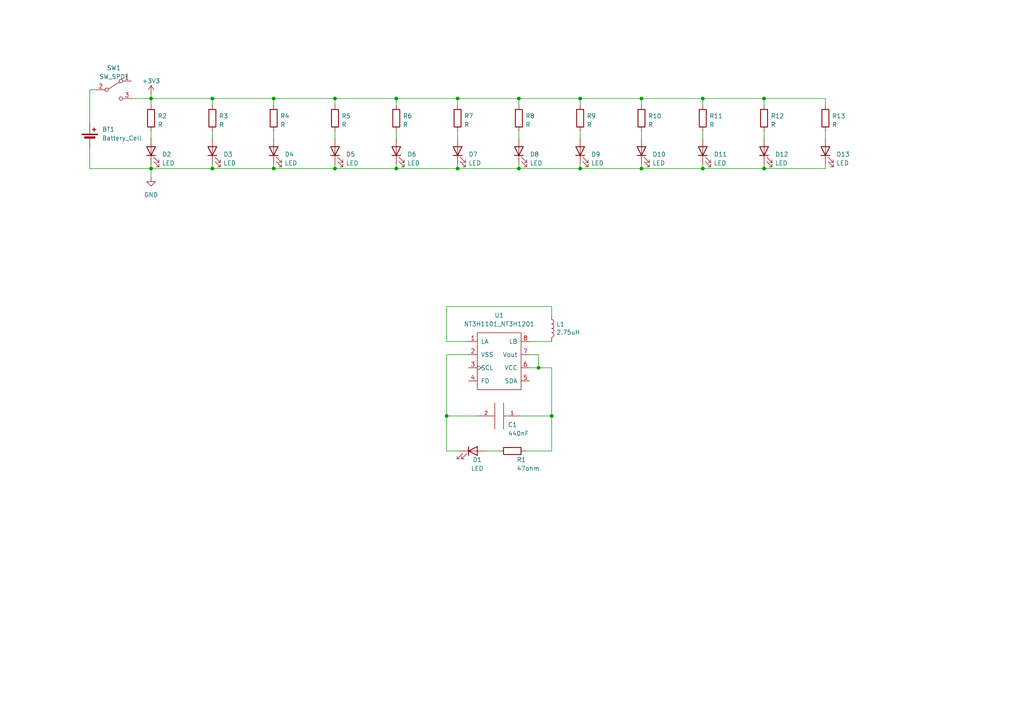
<source format=kicad_sch>
(kicad_sch (version 20230121) (generator eeschema)
  (paper "A4")
  (lib_symbols
    (symbol "Device:Battery_Cell" (pin_numbers hide) (pin_names (offset 0) hide)
      (property "Reference" "BT" (at 2.54 2.54 0))
      (property "Value" "Battery_Cell" (at 2.54 0 0))
      (symbol "Battery_Cell_0_1"
        (rectangle (start -2.286 1.778) (end 2.286 1.524) (fill (type outline)))
        (rectangle (start -1.524 1.016) (end 1.524 0.508) (fill (type outline)))
        (polyline (pts (xy 0 0.762) (xy 0 0)))
        (polyline (pts (xy 0 1.778) (xy 0 2.54)))
        (polyline (pts (xy 0.762 3.048) (xy 1.778 3.048)) (stroke (width 0.254)))
        (polyline (pts (xy 1.27 3.556) (xy 1.27 2.54)) (stroke (width 0.254)))
      )
      (symbol "Battery_Cell_1_1"
        (pin passive line (at 0 5.08 270) (length 2.54) (name "+") (number "1"))
        (pin passive line (at 0 -2.54 90) (length 2.54) (name "-") (number "2"))
      )
    )
    (symbol "Device:L" (pin_numbers hide) (pin_names (offset 1.016) hide)
      (property "Reference" "L" (at -1.27 0 90))
      (property "Value" "L" (at 1.905 0 90))
      (symbol "L_0_1"
        (arc (start 0 -2.54) (mid 0.6323 -1.905) (end 0 -1.27))
        (arc (start 0 -1.27) (mid 0.6323 -0.635) (end 0 0))
        (arc (start 0 0) (mid 0.6323 0.635) (end 0 1.27))
        (arc (start 0 1.27) (mid 0.6323 1.905) (end 0 2.54))
      )
      (symbol "L_1_1"
        (pin passive line (at 0 3.81 270) (length 1.27) (name "1") (number "1"))
        (pin passive line (at 0 -3.81 90) (length 1.27) (name "2") (number "2"))
      )
    )
    (symbol "Device:LED" (pin_numbers hide) (pin_names (offset 1.016) hide)
      (property "Reference" "D" (at 0 2.54 0))
      (property "Value" "LED" (at 0 -2.54 0))
      (symbol "LED_0_1"
        (polyline (pts (xy -1.27 -1.27) (xy -1.27 1.27)) (stroke (width 0.254)))
        (polyline (pts (xy -1.27 0) (xy 1.27 0)))
        (polyline (pts (xy 1.27 -1.27) (xy 1.27 1.27) (xy -1.27 0) (xy 1.27 -1.27)) (stroke (width 0.254)))
        (polyline (pts (xy -3.048 -0.762) (xy -4.572 -2.286) (xy -3.81 -2.286) (xy -4.572 -2.286) (xy -4.572 -1.524)))
        (polyline (pts (xy -1.778 -0.762) (xy -3.302 -2.286) (xy -2.54 -2.286) (xy -3.302 -2.286) (xy -3.302 -1.524)))
      )
      (symbol "LED_1_1"
        (pin passive line (at -3.81 0 0) (length 2.54) (name "K") (number "1"))
        (pin passive line (at 3.81 0 180) (length 2.54) (name "A") (number "2"))
      )
    )
    (symbol "Device:R" (pin_numbers hide) (pin_names (offset 0))
      (property "Reference" "R" (at 2.032 0 90))
      (property "Value" "R" (at 0 0 90))
      (symbol "R_0_1"
        (rectangle (start -1.016 -2.54) (end 1.016 2.54) (stroke (width 0.254)))
      )
      (symbol "R_1_1"
        (pin passive line (at 0 3.81 270) (length 1.27) (name "~") (number "1"))
        (pin passive line (at 0 -3.81 90) (length 1.27) (name "~") (number "2"))
      )
    )
    (symbol "Switch:SW_SPDT" (pin_names (offset 0) hide)
      (property "Reference" "SW" (at 0 4.318 0))
      (property "Value" "SW_SPDT" (at 0 -5.08 0))
      (symbol "SW_SPDT_0_0"
        (circle (center -2.032 0) (radius 0.508))
        (circle (center 2.032 -2.54) (radius 0.508))
      )
      (symbol "SW_SPDT_0_1"
        (polyline (pts (xy -1.524 0.254) (xy 1.651 2.286)))
        (circle (center 2.032 2.54) (radius 0.508))
      )
      (symbol "SW_SPDT_1_1"
        (pin passive line (at 5.08 2.54 180) (length 2.54) (name "A") (number "1"))
        (pin passive line (at -5.08 0 0) (length 2.54) (name "B") (number "2"))
        (pin passive line (at 5.08 -2.54 180) (length 2.54) (name "C") (number "3"))
      )
    )
    (symbol "business card-rescue:CAP-pspice" (pin_names (offset 0.254))
      (property "Reference" "C" (at 2.54 3.81 90))
      (property "Value" "pspice_CAP" (at 2.54 -3.81 90))
      (symbol "CAP-pspice_0_1"
        (polyline (pts (xy -3.81 -1.27) (xy 3.81 -1.27)))
        (polyline (pts (xy -3.81 1.27) (xy 3.81 1.27)))
      )
      (symbol "CAP-pspice_1_1"
        (pin passive line (at 0 6.35 270) (length 5.08) (name "~") (number "1"))
        (pin passive line (at 0 -6.35 90) (length 5.08) (name "~") (number "2"))
      )
    )
    (symbol "business card-rescue:NT3H1101_NT3H1201-MCU_NXP_NT3H11" (pin_names (offset 1.016))
      (property "Reference" "U?" (at 0 13.97 0))
      (property "Value" "MCU_NXP_NT3H11_NT3H1101_NT3H1201" (at 0 11.43 0))
      (symbol "NT3H1101_NT3H1201-MCU_NXP_NT3H11_0_1"
        (rectangle (start -6.35 8.89) (end 6.35 -7.62))
      )
      (symbol "NT3H1101_NT3H1201-MCU_NXP_NT3H11_1_1"
        (pin input line (at -8.89 6.35 0) (length 2.54) (name "LA") (number "1"))
        (pin output line (at -8.89 2.54 0) (length 2.54) (name "VSS") (number "2"))
        (pin passive clock (at -8.89 -1.27 0) (length 2.54) (name "SCL") (number "3"))
        (pin passive line (at -8.89 -5.08 0) (length 2.54) (name "FD") (number "4"))
        (pin passive line (at 8.89 -5.08 180) (length 2.54) (name "SDA") (number "5"))
        (pin input line (at 8.89 -1.27 180) (length 2.54) (name "VCC") (number "6"))
        (pin power_out line (at 8.89 2.54 180) (length 2.54) (name "Vout") (number "7"))
        (pin input line (at 8.89 6.35 180) (length 2.54) (name "LB") (number "8"))
      )
    )
    (symbol "power:+3V3" (power) (pin_names (offset 0))
      (property "Value" "+3V3" (at 0 3.556 0))
      (symbol "+3V3_0_1"
        (polyline (pts (xy -0.762 1.27) (xy 0 2.54)))
        (polyline (pts (xy 0 0) (xy 0 2.54)))
        (polyline (pts (xy 0 2.54) (xy 0.762 1.27)))
      )
      (symbol "+3V3_1_1"
        (pin power_in line (at 0 0 90) (length 0) hide (name "+3V3") (number "1"))
      )
    )
    (symbol "power:GND" (power) (pin_names (offset 0))
      (property "Value" "GND" (at 0 -3.81 0))
      (symbol "GND_0_1"
        (polyline (pts (xy 0 0) (xy 0 -1.27) (xy 1.27 -1.27) (xy 0 -2.54) (xy -1.27 -1.27) (xy 0 -1.27)))
      )
      (symbol "GND_1_1"
        (pin power_in line (at 0 0 270) (length 0) hide (name "GND") (number "1"))
      )
    )
  )
  (junction (at 114.935 28.575))
  (junction (at 114.935 48.895))
  (junction (at 203.835 48.895))
  (junction (at 61.595 28.575))
  (junction (at 168.275 28.575))
  (junction (at 150.495 28.575))
  (junction (at 43.815 48.895))
  (junction (at 132.715 48.895))
  (junction (at 97.155 28.575))
  (junction (at 203.835 28.575))
  (junction (at 97.155 48.895))
  (junction (at 61.595 48.895))
  (junction (at 79.375 28.575))
  (junction (at 79.375 48.895))
  (junction (at 156.21 106.68))
  (junction (at 43.815 28.575))
  (junction (at 186.055 28.575))
  (junction (at 168.275 48.895))
  (junction (at 186.055 48.895))
  (junction (at 132.715 28.575))
  (junction (at 221.615 28.575))
  (junction (at 129.54 120.65))
  (junction (at 160.02 120.65))
  (junction (at 150.495 48.895))
  (junction (at 221.615 48.895))
  (wire (pts (xy 168.275 38.1) (xy 168.275 40.005)))
  (wire (pts (xy 239.395 28.575) (xy 239.395 30.48)))
  (wire (pts (xy 43.815 28.575) (xy 43.815 30.48)))
  (wire (pts (xy 114.935 47.625) (xy 114.935 48.895)))
  (wire (pts (xy 203.835 48.895) (xy 221.615 48.895)))
  (wire (pts (xy 97.155 47.625) (xy 97.155 48.895)))
  (wire (pts (xy 132.715 38.1) (xy 132.715 40.005)))
  (wire (pts (xy 186.055 38.1) (xy 186.055 40.005)))
  (wire (pts (xy 43.815 48.895) (xy 61.595 48.895)))
  (wire (pts (xy 79.375 38.1) (xy 79.375 40.005)))
  (wire (pts (xy 203.835 28.575) (xy 203.835 30.48)))
  (wire (pts (xy 129.54 120.65) (xy 138.43 120.65)))
  (wire (pts (xy 114.935 28.575) (xy 132.715 28.575)))
  (wire (pts (xy 61.595 47.625) (xy 61.595 48.895)))
  (wire (pts (xy 221.615 48.895) (xy 239.395 48.895)))
  (wire (pts (xy 221.615 28.575) (xy 239.395 28.575)))
  (wire (pts (xy 132.715 48.895) (xy 150.495 48.895)))
  (wire (pts (xy 79.375 28.575) (xy 79.375 30.48)))
  (wire (pts (xy 97.155 48.895) (xy 114.935 48.895)))
  (wire (pts (xy 97.155 28.575) (xy 114.935 28.575)))
  (wire (pts (xy 43.815 28.575) (xy 61.595 28.575)))
  (wire (pts (xy 150.495 28.575) (xy 168.275 28.575)))
  (wire (pts (xy 186.055 28.575) (xy 203.835 28.575)))
  (wire (pts (xy 135.89 99.06) (xy 129.54 99.06)))
  (wire (pts (xy 43.815 48.895) (xy 43.815 51.435)))
  (wire (pts (xy 150.495 38.1) (xy 150.495 40.005)))
  (wire (pts (xy 129.54 88.9) (xy 160.02 88.9)))
  (wire (pts (xy 79.375 47.625) (xy 79.375 48.895)))
  (wire (pts (xy 79.375 48.895) (xy 97.155 48.895)))
  (wire (pts (xy 168.275 28.575) (xy 186.055 28.575)))
  (wire (pts (xy 160.02 106.68) (xy 156.21 106.68)))
  (wire (pts (xy 203.835 47.625) (xy 203.835 48.895)))
  (wire (pts (xy 97.155 38.1) (xy 97.155 40.005)))
  (wire (pts (xy 97.155 28.575) (xy 97.155 30.48)))
  (wire (pts (xy 239.395 47.625) (xy 239.395 48.895)))
  (wire (pts (xy 153.67 106.68) (xy 156.21 106.68)))
  (wire (pts (xy 203.835 28.575) (xy 221.615 28.575)))
  (wire (pts (xy 79.375 28.575) (xy 97.155 28.575)))
  (wire (pts (xy 26.035 43.18) (xy 26.035 48.895)))
  (wire (pts (xy 132.715 28.575) (xy 150.495 28.575)))
  (wire (pts (xy 43.815 27.305) (xy 43.815 28.575)))
  (wire (pts (xy 156.21 106.68) (xy 156.21 102.87)))
  (wire (pts (xy 43.815 38.1) (xy 43.815 40.005)))
  (wire (pts (xy 129.54 130.81) (xy 129.54 120.65)))
  (wire (pts (xy 26.035 26.035) (xy 26.035 35.56)))
  (wire (pts (xy 186.055 47.625) (xy 186.055 48.895)))
  (wire (pts (xy 186.055 28.575) (xy 186.055 30.48)))
  (wire (pts (xy 160.02 120.65) (xy 160.02 106.68)))
  (wire (pts (xy 150.495 47.625) (xy 150.495 48.895)))
  (wire (pts (xy 156.21 102.87) (xy 153.67 102.87)))
  (wire (pts (xy 160.02 130.81) (xy 160.02 120.65)))
  (wire (pts (xy 129.54 102.87) (xy 129.54 120.65)))
  (wire (pts (xy 152.4 130.81) (xy 160.02 130.81)))
  (wire (pts (xy 221.615 38.1) (xy 221.615 40.005)))
  (wire (pts (xy 27.94 26.035) (xy 26.035 26.035)))
  (wire (pts (xy 168.275 47.625) (xy 168.275 48.895)))
  (wire (pts (xy 43.815 47.625) (xy 43.815 48.895)))
  (wire (pts (xy 114.935 28.575) (xy 114.935 30.48)))
  (wire (pts (xy 129.54 99.06) (xy 129.54 88.9)))
  (wire (pts (xy 61.595 28.575) (xy 79.375 28.575)))
  (wire (pts (xy 168.275 48.895) (xy 186.055 48.895)))
  (wire (pts (xy 150.495 48.895) (xy 168.275 48.895)))
  (wire (pts (xy 239.395 38.1) (xy 239.395 40.005)))
  (wire (pts (xy 168.275 28.575) (xy 168.275 30.48)))
  (wire (pts (xy 114.935 48.895) (xy 132.715 48.895)))
  (wire (pts (xy 221.615 47.625) (xy 221.615 48.895)))
  (wire (pts (xy 61.595 28.575) (xy 61.595 30.48)))
  (wire (pts (xy 114.935 38.1) (xy 114.935 40.005)))
  (wire (pts (xy 61.595 48.895) (xy 79.375 48.895)))
  (wire (pts (xy 26.035 48.895) (xy 43.815 48.895)))
  (wire (pts (xy 38.1 28.575) (xy 43.815 28.575)))
  (wire (pts (xy 135.89 102.87) (xy 129.54 102.87)))
  (wire (pts (xy 144.78 130.81) (xy 140.97 130.81)))
  (wire (pts (xy 160.02 99.06) (xy 153.67 99.06)))
  (wire (pts (xy 61.595 38.1) (xy 61.595 40.005)))
  (wire (pts (xy 132.715 28.575) (xy 132.715 30.48)))
  (wire (pts (xy 150.495 28.575) (xy 150.495 30.48)))
  (wire (pts (xy 132.715 47.625) (xy 132.715 48.895)))
  (wire (pts (xy 221.615 28.575) (xy 221.615 30.48)))
  (wire (pts (xy 186.055 48.895) (xy 203.835 48.895)))
  (wire (pts (xy 133.35 130.81) (xy 129.54 130.81)))
  (wire (pts (xy 160.02 88.9) (xy 160.02 91.44)))
  (wire (pts (xy 151.13 120.65) (xy 160.02 120.65)))
  (wire (pts (xy 203.835 38.1) (xy 203.835 40.005)))
  (symbol (lib_id "business card-rescue:CAP-pspice") (at 144.78 120.65 270) (unit 1)
    (property "Reference" "C1" (at 147.32 123.19 90) (effects (justify left)))
    (property "Value" "440nF" (at 147.32 125.73 90) (effects (justify left)))
    (property "Footprint" "Capacitor_SMD:C_0603_1608Metric_Pad1.05x0.95mm_HandSolder" (effects hide))
  )
  (symbol (lib_id "Device:R") (at 148.59 130.81 270) (unit 1)
    (property "Reference" "R1" (at 149.86 133.35 90) (effects (justify left)))
    (property "Value" "47ohm" (at 149.86 135.89 90) (effects (justify left)))
    (property "Footprint" "Resistor_SMD:R_0603_1608Metric_Pad1.05x0.95mm_HandSolder" (effects hide))
  )
  (symbol (lib_id "Device:LED") (at 137.16 130.81 0) (unit 1)
    (property "Reference" "D1" (at 138.43 133.35 0))
    (property "Value" "LED" (at 138.43 135.89 0))
    (property "Footprint" "LED_SMD:LED_0805_2012Metric" (effects hide))
  )
  (symbol (lib_id "business card-rescue:NT3H1101_NT3H1201-MCU_NXP_NT3H11") (at 144.78 105.41 0) (unit 1)
    (property "Reference" "U1" (at 144.78 91.44 0))
    (property "Value" "NT3H1101_NT3H1201" (at 144.78 93.98 0))
    (property "Footprint" "Package_SO:TSSOP-8_4.4x3mm_P0.65mm" (effects hide))
    (property "Datasheet" "https://media.digikey.com/pdf/Data%20Sheets/NXP%20PDFs/NT3H1101_NT3H1201_DS.pdf" (effects hide))
  )
  (symbol (lib_id "Device:L") (at 160.02 95.25 0) (unit 1)
    (property "Reference" "L1" (at 161.3408 94.0816 0) (effects (justify left)))
    (property "Value" "2.75uH" (at 161.3408 96.393 0) (effects (justify left)))
  )
  (symbol (lib_id "Device:LED") (at 97.155 43.815 90) (unit 1)
    (property "Reference" "D5" (at 100.33 44.7675 90) (effects (justify right)))
    (property "Value" "LED" (at 100.33 47.3075 90) (effects (justify right)))
    (property "Footprint" "LED_SMD:LED_0805_2012Metric" (effects hide))
  )
  (symbol (lib_id "Device:LED") (at 61.595 43.815 90) (unit 1)
    (property "Reference" "D3" (at 64.77 44.7675 90) (effects (justify right)))
    (property "Value" "LED" (at 64.77 47.3075 90) (effects (justify right)))
    (property "Footprint" "LED_SMD:LED_0805_2012Metric" (effects hide))
  )
  (symbol (lib_id "Device:LED") (at 239.395 43.815 90) (unit 1)
    (property "Reference" "D13" (at 242.57 44.7675 90) (effects (justify right)))
    (property "Value" "LED" (at 242.57 47.3075 90) (effects (justify right)))
    (property "Footprint" "LED_SMD:LED_0805_2012Metric" (effects hide))
  )
  (symbol (lib_id "Device:LED") (at 221.615 43.815 90) (unit 1)
    (property "Reference" "D12" (at 224.79 44.7675 90) (effects (justify right)))
    (property "Value" "LED" (at 224.79 47.3075 90) (effects (justify right)))
    (property "Footprint" "LED_SMD:LED_0805_2012Metric" (effects hide))
  )
  (symbol (lib_id "Switch:SW_SPDT") (at 33.02 26.035 0) (unit 1)
    (property "Reference" "SW1" (at 33.02 19.685 0))
    (property "Value" "SW_SPDT" (at 33.02 22.225 0))
    (property "Footprint" "RF-Project2:SPDT-Long-SMD" (effects hide))
  )
  (symbol (lib_id "Device:R") (at 203.835 34.29 0) (unit 1)
    (property "Reference" "R11" (at 205.74 33.655 0) (effects (justify left)))
    (property "Value" "R" (at 205.74 36.195 0) (effects (justify left)))
    (property "Footprint" "Resistor_SMD:R_0805_2012Metric_Pad1.20x1.40mm_HandSolder" (effects hide))
  )
  (symbol (lib_id "Device:LED") (at 114.935 43.815 90) (unit 1)
    (property "Reference" "D6" (at 118.11 44.7675 90) (effects (justify right)))
    (property "Value" "LED" (at 118.11 47.3075 90) (effects (justify right)))
    (property "Footprint" "LED_SMD:LED_0805_2012Metric" (effects hide))
  )
  (symbol (lib_id "Device:LED") (at 150.495 43.815 90) (unit 1)
    (property "Reference" "D8" (at 153.67 44.7675 90) (effects (justify right)))
    (property "Value" "LED" (at 153.67 47.3075 90) (effects (justify right)))
    (property "Footprint" "LED_SMD:LED_0805_2012Metric" (effects hide))
  )
  (symbol (lib_id "Device:R") (at 79.375 34.29 0) (unit 1)
    (property "Reference" "R4" (at 81.28 33.655 0) (effects (justify left)))
    (property "Value" "R" (at 81.28 36.195 0) (effects (justify left)))
    (property "Footprint" "Resistor_SMD:R_0805_2012Metric_Pad1.20x1.40mm_HandSolder" (effects hide))
  )
  (symbol (lib_id "Device:LED") (at 43.815 43.815 90) (unit 1)
    (property "Reference" "D2" (at 46.99 44.7675 90) (effects (justify right)))
    (property "Value" "LED" (at 46.99 47.3075 90) (effects (justify right)))
    (property "Footprint" "LED_SMD:LED_0805_2012Metric" (effects hide))
  )
  (symbol (lib_id "Device:R") (at 114.935 34.29 0) (unit 1)
    (property "Reference" "R6" (at 116.84 33.655 0) (effects (justify left)))
    (property "Value" "R" (at 116.84 36.195 0) (effects (justify left)))
    (property "Footprint" "Resistor_SMD:R_0805_2012Metric_Pad1.20x1.40mm_HandSolder" (effects hide))
  )
  (symbol (lib_id "Device:LED") (at 186.055 43.815 90) (unit 1)
    (property "Reference" "D10" (at 189.23 44.7675 90) (effects (justify right)))
    (property "Value" "LED" (at 189.23 47.3075 90) (effects (justify right)))
    (property "Footprint" "LED_SMD:LED_0805_2012Metric" (effects hide))
  )
  (symbol (lib_id "Device:R") (at 239.395 34.29 0) (unit 1)
    (property "Reference" "R13" (at 241.3 33.655 0) (effects (justify left)))
    (property "Value" "R" (at 241.3 36.195 0) (effects (justify left)))
    (property "Footprint" "Resistor_SMD:R_0805_2012Metric_Pad1.20x1.40mm_HandSolder" (effects hide))
  )
  (symbol (lib_id "power:GND") (at 43.815 51.435 0) (unit 1)
    (property "Reference" "#PWR01" (effects hide))
    (property "Value" "GND" (at 43.815 56.515 0))
  )
  (symbol (lib_id "Device:R") (at 168.275 34.29 0) (unit 1)
    (property "Reference" "R9" (at 170.18 33.655 0) (effects (justify left)))
    (property "Value" "R" (at 170.18 36.195 0) (effects (justify left)))
    (property "Footprint" "Resistor_SMD:R_0805_2012Metric_Pad1.20x1.40mm_HandSolder" (effects hide))
  )
  (symbol (lib_id "Device:R") (at 221.615 34.29 0) (unit 1)
    (property "Reference" "R12" (at 223.52 33.655 0) (effects (justify left)))
    (property "Value" "R" (at 223.52 36.195 0) (effects (justify left)))
    (property "Footprint" "Resistor_SMD:R_0805_2012Metric_Pad1.20x1.40mm_HandSolder" (effects hide))
  )
  (symbol (lib_id "Device:R") (at 43.815 34.29 0) (unit 1)
    (property "Reference" "R2" (at 45.72 33.655 0) (effects (justify left)))
    (property "Value" "R" (at 45.72 36.195 0) (effects (justify left)))
    (property "Footprint" "Resistor_SMD:R_0805_2012Metric_Pad1.20x1.40mm_HandSolder" (effects hide))
  )
  (symbol (lib_id "Device:LED") (at 168.275 43.815 90) (unit 1)
    (property "Reference" "D9" (at 171.45 44.7675 90) (effects (justify right)))
    (property "Value" "LED" (at 171.45 47.3075 90) (effects (justify right)))
    (property "Footprint" "LED_SMD:LED_0805_2012Metric" (effects hide))
  )
  (symbol (lib_id "Device:LED") (at 132.715 43.815 90) (unit 1)
    (property "Reference" "D7" (at 135.89 44.7675 90) (effects (justify right)))
    (property "Value" "LED" (at 135.89 47.3075 90) (effects (justify right)))
    (property "Footprint" "LED_SMD:LED_0805_2012Metric" (effects hide))
  )
  (symbol (lib_id "Device:R") (at 150.495 34.29 0) (unit 1)
    (property "Reference" "R8" (at 152.4 33.655 0) (effects (justify left)))
    (property "Value" "R" (at 152.4 36.195 0) (effects (justify left)))
    (property "Footprint" "Resistor_SMD:R_0805_2012Metric_Pad1.20x1.40mm_HandSolder" (effects hide))
  )
  (symbol (lib_id "Device:LED") (at 79.375 43.815 90) (unit 1)
    (property "Reference" "D4" (at 82.55 44.7675 90) (effects (justify right)))
    (property "Value" "LED" (at 82.55 47.3075 90) (effects (justify right)))
    (property "Footprint" "LED_SMD:LED_0805_2012Metric" (effects hide))
  )
  (symbol (lib_id "Device:R") (at 132.715 34.29 0) (unit 1)
    (property "Reference" "R7" (at 134.62 33.655 0) (effects (justify left)))
    (property "Value" "R" (at 134.62 36.195 0) (effects (justify left)))
    (property "Footprint" "Resistor_SMD:R_0805_2012Metric_Pad1.20x1.40mm_HandSolder" (effects hide))
  )
  (symbol (lib_id "Device:LED") (at 203.835 43.815 90) (unit 1)
    (property "Reference" "D11" (at 207.01 44.7675 90) (effects (justify right)))
    (property "Value" "LED" (at 207.01 47.3075 90) (effects (justify right)))
    (property "Footprint" "LED_SMD:LED_0805_2012Metric" (effects hide))
  )
  (symbol (lib_id "Device:R") (at 186.055 34.29 0) (unit 1)
    (property "Reference" "R10" (at 187.96 33.655 0) (effects (justify left)))
    (property "Value" "R" (at 187.96 36.195 0) (effects (justify left)))
    (property "Footprint" "Resistor_SMD:R_0805_2012Metric_Pad1.20x1.40mm_HandSolder" (effects hide))
  )
  (symbol (lib_id "power:+3V3") (at 43.815 27.305 0) (unit 1)
    (property "Reference" "#PWR02" (effects hide))
    (property "Value" "+3V3" (at 43.815 23.495 0))
  )
  (symbol (lib_id "Device:Battery_Cell") (at 26.035 40.64 0) (unit 1)
    (property "Reference" "BT1" (at 29.591 37.5285 0) (effects (justify left)))
    (property "Value" "Battery_Cell" (at 29.591 40.0685 0) (effects (justify left)))
    (property "Footprint" "CellLibrary:CR2032Holder" (effects hide))
  )
  (symbol (lib_id "Device:R") (at 97.155 34.29 0) (unit 1)
    (property "Reference" "R5" (at 99.06 33.655 0) (effects (justify left)))
    (property "Value" "R" (at 99.06 36.195 0) (effects (justify left)))
    (property "Footprint" "Resistor_SMD:R_0805_2012Metric_Pad1.20x1.40mm_HandSolder" (effects hide))
  )
  (symbol (lib_id "Device:R") (at 61.595 34.29 0) (unit 1)
    (property "Reference" "R3" (at 63.5 33.655 0) (effects (justify left)))
    (property "Value" "R" (at 63.5 36.195 0) (effects (justify left)))
    (property "Footprint" "Resistor_SMD:R_0805_2012Metric_Pad1.20x1.40mm_HandSolder" (effects hide))
  )
)
</source>
